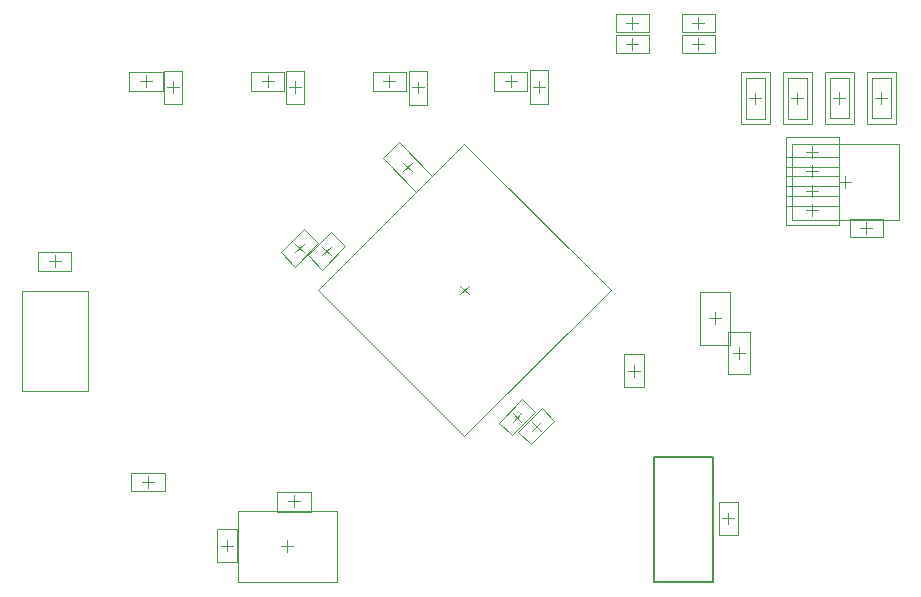
<source format=gbr>
%FSTAX23Y23*%
%MOIN*%
%SFA1B1*%

%IPPOS*%
%ADD42C,0.008000*%
%ADD63C,0.002000*%
%ADD66C,0.004000*%
%LNtemperature_monitor_&_display_mechanical_15-1*%
%LPD*%
G54D42*
X02328Y00028D02*
Y00442D01*
X02132D02*
X02328D01*
X02132Y00028D02*
Y00442D01*
Y00028D02*
X02328D01*
G54D63*
X00987Y00261D02*
Y00328D01*
X00876Y00261D02*
Y00328D01*
X00987*
X00876Y00261D02*
X00987D01*
X00745Y00027D02*
X01075D01*
X00745Y00263D02*
X01075D01*
Y00027D02*
Y00263D01*
X00745Y00027D02*
Y00263D01*
X02225Y0179D02*
X02335D01*
X02225Y0185D02*
X02335D01*
X02225Y0179D02*
Y0185D01*
X02335Y0179D02*
Y0185D01*
X02225Y0186D02*
Y0192D01*
X02335Y0186D02*
Y0192D01*
X02225Y0186D02*
X02335D01*
X02225Y0192D02*
X02335D01*
X02005Y0179D02*
Y0185D01*
X02115Y0179D02*
Y0185D01*
X02005Y0179D02*
X02115D01*
X02005Y0185D02*
X02115D01*
X02005Y0186D02*
Y0192D01*
X02115Y0186D02*
Y0192D01*
X02005Y0186D02*
X02115D01*
X02005Y0192D02*
X02115D01*
X016Y01662D02*
Y01728D01*
X0171Y01662D02*
Y01728D01*
X016Y01662D02*
X0171D01*
X016Y01728D02*
X0171D01*
X01195Y01662D02*
Y01728D01*
X01305Y01662D02*
Y01728D01*
X01195Y01662D02*
X01305D01*
X01195Y01728D02*
X01305D01*
X00494Y01662D02*
Y01728D01*
X00383Y01662D02*
Y01728D01*
X00494*
X00383Y01662D02*
X00494D01*
X009D02*
Y01728D01*
X0079Y01662D02*
Y01728D01*
X009*
X0079Y01662D02*
X009D01*
X02895Y01175D02*
Y01235D01*
X02785Y01175D02*
Y01235D01*
X02895*
X02785Y01175D02*
X02895D01*
X02573Y01216D02*
X02747D01*
X02573Y01314D02*
X02747D01*
X02573Y01216D02*
Y01314D01*
X02747Y01216D02*
Y01314D01*
X02573Y01281D02*
X02747D01*
X02573Y01379D02*
X02747D01*
X02573Y01281D02*
Y01379D01*
X02747Y01281D02*
Y01379D01*
X02573Y01346D02*
X02747D01*
X02573Y01444D02*
X02747D01*
X02573Y01346D02*
Y01444D01*
X02747Y01346D02*
Y01444D01*
X02573Y01411D02*
X02747D01*
X02573Y01509D02*
X02747D01*
X02573Y01411D02*
Y01509D01*
X02747Y01411D02*
Y01509D01*
X00743Y00093D02*
Y00204D01*
X00676Y00093D02*
Y00204D01*
X00743*
X00676Y00093D02*
X00743D01*
X00026Y00664D02*
X00244D01*
X00026D02*
Y00996D01*
X00244*
Y00664D02*
Y00996D01*
X02286Y00818D02*
X02384D01*
X02286Y00992D02*
X02384D01*
X02286Y00818D02*
Y00992D01*
X02384Y00818D02*
Y00992D01*
X02098Y00675D02*
Y00785D01*
X02032Y00675D02*
Y00785D01*
X02098*
X02032Y00675D02*
X02098D01*
X01722Y00485D02*
X018Y00563D01*
X0168Y00527D02*
X01758Y00605D01*
X018Y00563*
X0168Y00527D02*
X01722Y00485D01*
X01657Y00515D02*
X01735Y00593D01*
X01615Y00557D02*
X01693Y00635D01*
X01735Y00593*
X01615Y00557D02*
X01657Y00515D01*
X02347Y00183D02*
X02413D01*
X02347Y00294D02*
X02413D01*
X02347Y00183D02*
Y00294D01*
X02413Y00183D02*
Y00294D01*
X00887Y01125D02*
X00965Y01203D01*
X00935Y01077D02*
X01013Y01155D01*
X00887Y01125D02*
X00935Y01077D01*
X00965Y01203D02*
X01013Y01155D01*
X01025Y01067D02*
X01103Y01145D01*
X00977Y01115D02*
X01055Y01193D01*
X01103Y01145*
X00977Y01115D02*
X01025Y01067D01*
X0008Y01062D02*
X0019D01*
X0008Y01128D02*
X0019D01*
Y01062D02*
Y01128D01*
X0008Y01062D02*
Y01128D01*
X02378Y00859D02*
X02452D01*
X02378Y00721D02*
X02452D01*
Y00859*
X02378Y00721D02*
Y00859D01*
X02519Y01552D02*
Y01725D01*
X02421Y01552D02*
Y01725D01*
Y01552D02*
X02519D01*
X02421Y01725D02*
X02519D01*
X02841D02*
X02939D01*
X02841Y01552D02*
X02939D01*
X02841D02*
Y01725D01*
X02939Y01552D02*
Y01725D01*
X02701D02*
X02799D01*
X02701Y01552D02*
X02799D01*
X02701D02*
Y01725D01*
X02799Y01552D02*
Y01725D01*
X02561D02*
X02659D01*
X02561Y01552D02*
X02659D01*
X02561D02*
Y01725D01*
X02659Y01552D02*
Y01725D01*
X02591Y01234D02*
Y01486D01*
Y01234D02*
X02949D01*
X02591Y01486D02*
X02949D01*
Y01234D02*
Y01486D01*
X015Y00513D02*
X01987Y01D01*
X01013D02*
X015Y01487D01*
X01987Y01*
X01013D02*
X015Y00513D01*
G54D66*
X00912Y00295D02*
X00951D01*
X00931Y00275D02*
Y00315D01*
X00389Y0033D02*
Y0039D01*
X00501Y0033D02*
Y0039D01*
X00389D02*
X00501D01*
X00389Y0033D02*
X00501D01*
X00425Y0036D02*
X00465D01*
X00445Y0034D02*
Y0038D01*
X0091Y00125D02*
Y00165D01*
X0089Y00145D02*
X0093D01*
X0228Y018D02*
Y0184D01*
X0226Y0182D02*
X023D01*
X0226Y0189D02*
X023D01*
X0228Y0187D02*
Y0191D01*
X0204Y0182D02*
X0208D01*
X0206Y018D02*
Y0184D01*
X0204Y0189D02*
X0208D01*
X0206Y0187D02*
Y0191D01*
X0172Y0162D02*
X0178D01*
X0172Y01732D02*
X0178D01*
Y0162D02*
Y01732D01*
X0172Y0162D02*
Y01732D01*
X0175Y01656D02*
Y01696D01*
X0173Y01676D02*
X0177D01*
X01635Y01695D02*
X01675D01*
X01655Y01675D02*
Y01715D01*
X0123Y01695D02*
X0127D01*
X0125Y01675D02*
Y01715D01*
X01315Y01618D02*
X01375D01*
X01315Y01731D02*
X01375D01*
Y01618D02*
Y01731D01*
X01315Y01618D02*
Y01731D01*
X01345Y01655D02*
Y01694D01*
X01325Y01675D02*
X01365D01*
X00419Y01695D02*
X00458D01*
X00439Y01675D02*
Y01715D01*
X00825Y01695D02*
X00865D01*
X00845Y01675D02*
Y01715D01*
X00905Y01619D02*
X00965D01*
X00905Y01731D02*
X00965D01*
Y01619D02*
Y01731D01*
X00905Y01619D02*
Y01731D01*
X00935Y01655D02*
Y01695D01*
X00915Y01675D02*
X00955D01*
X005Y01619D02*
X0056D01*
X005Y01731D02*
X0056D01*
Y01619D02*
Y01731D01*
X005Y01619D02*
Y01731D01*
X0053Y01655D02*
Y01695D01*
X0051Y01675D02*
X0055D01*
X0282Y01205D02*
X0286D01*
X0284Y01185D02*
Y01225D01*
X0266Y01245D02*
Y01285D01*
X0264Y01265D02*
X0268D01*
X0266Y0131D02*
Y0135D01*
X0264Y0133D02*
X0268D01*
X0266Y01375D02*
Y01415D01*
X0264Y01395D02*
X0268D01*
X0266Y0144D02*
Y0148D01*
X0264Y0146D02*
X0268D01*
X0069Y00148D02*
X0073D01*
X0071Y00129D02*
Y00168D01*
X02335Y00885D02*
Y00925D01*
X02315Y00905D02*
X02355D01*
X02045Y0073D02*
X02085D01*
X02065Y0071D02*
Y0075D01*
X01726Y00559D02*
X01754Y00531D01*
X01726D02*
X01754Y00559D01*
X01661Y00589D02*
X01689Y00561D01*
X01661D02*
X01689Y00589D01*
X0238Y00219D02*
Y00258D01*
X0236Y00239D02*
X024D01*
X01339Y01328D02*
X01392Y01381D01*
X01228Y01439D02*
X01281Y01492D01*
X01228Y01439D02*
X01339Y01328D01*
X01281Y01492D02*
X01392Y01381D01*
X01296Y01424D02*
X01324Y01396D01*
X01296D02*
X01324Y01424D01*
X00936Y01154D02*
X00964Y01126D01*
X00936D02*
X00964Y01154D01*
X01026Y01144D02*
X01054Y01116D01*
X01026D02*
X01054Y01144D01*
X00135Y01075D02*
Y01115D01*
X00115Y01095D02*
X00155D01*
X02415Y0077D02*
Y0081D01*
X02395Y0079D02*
X02435D01*
X0245Y01639D02*
X0249D01*
X0247Y01619D02*
Y01658D01*
X0289Y01619D02*
Y01658D01*
X0287Y01639D02*
X0291D01*
X0275Y01619D02*
Y01658D01*
X0273Y01639D02*
X0277D01*
X0261Y01619D02*
Y01658D01*
X0259Y01639D02*
X0263D01*
X0277Y0134D02*
Y0138D01*
X0275Y0136D02*
X0279D01*
X02857Y01708D02*
X02923D01*
X02857Y01572D02*
X02923D01*
Y01708*
X02857Y01572D02*
Y01708D01*
X0289Y0162D02*
Y0166D01*
X0287Y0164D02*
X0291D01*
X02717Y01708D02*
X02783D01*
X02717Y01572D02*
X02783D01*
Y01708*
X02717Y01572D02*
Y01708D01*
X0275Y0162D02*
Y0166D01*
X0273Y0164D02*
X0277D01*
X02577Y01707D02*
X02643D01*
X02577Y01571D02*
X02643D01*
Y01707*
X02577Y01571D02*
Y01707D01*
X0261Y01619D02*
Y01658D01*
X0259Y01639D02*
X0263D01*
X02437Y01707D02*
X02503D01*
X02437Y01571D02*
X02503D01*
Y01707*
X02437Y01571D02*
Y01707D01*
X0247Y01619D02*
Y01658D01*
X0245Y01639D02*
X0249D01*
X01486Y01014D02*
X01514Y00986D01*
X01486D02*
X01514Y01014D01*
M02*
</source>
